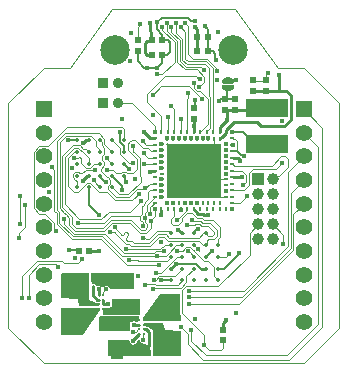
<source format=gtl>
G04*
G04 #@! TF.GenerationSoftware,Altium Limited,Altium NEXUS,2.0.14 (187)*
G04*
G04 Layer_Physical_Order=1*
G04 Layer_Color=255*
%FSLAX25Y25*%
%MOIN*%
G70*
G01*
G75*
%ADD11C,0.00591*%
%ADD13C,0.00787*%
%ADD14C,0.00000*%
%ADD23C,0.00591*%
%ADD24R,0.14173X0.05906*%
%ADD25R,0.00980X0.01181*%
%ADD26R,0.01181X0.00980*%
%ADD27R,0.01181X0.01181*%
G04:AMPARAMS|DCode=28|XSize=66.93mil|YSize=10.83mil|CornerRadius=1.95mil|HoleSize=0mil|Usage=FLASHONLY|Rotation=0.000|XOffset=0mil|YOffset=0mil|HoleType=Round|Shape=RoundedRectangle|*
%AMROUNDEDRECTD28*
21,1,0.06693,0.00693,0,0,0.0*
21,1,0.06303,0.01083,0,0,0.0*
1,1,0.00390,0.03152,-0.00347*
1,1,0.00390,-0.03152,-0.00347*
1,1,0.00390,-0.03152,0.00347*
1,1,0.00390,0.03152,0.00347*
%
%ADD28ROUNDEDRECTD28*%
G04:AMPARAMS|DCode=29|XSize=66.93mil|YSize=10.83mil|CornerRadius=1.95mil|HoleSize=0mil|Usage=FLASHONLY|Rotation=90.000|XOffset=0mil|YOffset=0mil|HoleType=Round|Shape=RoundedRectangle|*
%AMROUNDEDRECTD29*
21,1,0.06693,0.00693,0,0,90.0*
21,1,0.06303,0.01083,0,0,90.0*
1,1,0.00390,0.00347,0.03152*
1,1,0.00390,0.00347,-0.03152*
1,1,0.00390,-0.00347,-0.03152*
1,1,0.00390,-0.00347,0.03152*
%
%ADD29ROUNDEDRECTD29*%
%ADD30R,0.03937X0.04528*%
%ADD31R,0.02441X0.02441*%
%ADD32R,0.02441X0.02441*%
%ADD33R,0.02165X0.02165*%
%ADD34R,0.02165X0.02165*%
%ADD47O,0.04429X0.00886*%
%ADD48O,0.04378X0.00984*%
%ADD49O,0.04476X0.00787*%
%ADD50O,0.04323X0.01083*%
%ADD51O,0.04260X0.01181*%
%ADD52O,0.02992X0.01968*%
%ADD53O,0.04185X0.01280*%
%ADD54O,0.04095X0.01378*%
%ADD55O,0.03988X0.01476*%
%ADD56O,0.03862X0.01575*%
%ADD57O,0.03713X0.01673*%
%ADD58O,0.03532X0.01772*%
%ADD59O,0.03406X0.01831*%
%ADD60O,0.03307X0.01870*%
%ADD61O,0.03150X0.01929*%
%ADD62O,0.02480X0.02047*%
%ADD63O,0.02795X0.02008*%
%ADD64C,0.02067*%
%ADD76C,0.00906*%
G04:AMPARAMS|DCode=77|XSize=181.1mil|YSize=181.1mil|CornerRadius=1.81mil|HoleSize=0mil|Usage=FLASHONLY|Rotation=270.000|XOffset=0mil|YOffset=0mil|HoleType=Round|Shape=RoundedRectangle|*
%AMROUNDEDRECTD77*
21,1,0.18110,0.17748,0,0,270.0*
21,1,0.17748,0.18110,0,0,270.0*
1,1,0.00362,-0.08874,-0.08874*
1,1,0.00362,-0.08874,0.08874*
1,1,0.00362,0.08874,0.08874*
1,1,0.00362,0.08874,-0.08874*
%
%ADD77ROUNDEDRECTD77*%
%ADD78C,0.01378*%
%ADD79C,0.00492*%
%ADD80C,0.01000*%
%ADD81C,0.00800*%
%ADD82C,0.01968*%
%ADD83C,0.03937*%
%ADD84R,0.03937X0.03937*%
%ADD85R,0.03543X0.03543*%
%ADD86C,0.03543*%
%ADD87R,0.05512X0.05512*%
%ADD88C,0.05512*%
%ADD89C,0.09843*%
%ADD90C,0.01575*%
G36*
X41988Y12874D02*
X33842Y12874D01*
X33842Y12874D01*
X33750Y13335D01*
X33489Y13726D01*
X33099Y13987D01*
X32638Y14078D01*
X32177Y13987D01*
X31786Y13726D01*
X31675Y13559D01*
X31093Y13531D01*
X31029Y13627D01*
X30638Y13888D01*
X30359Y13944D01*
X30276Y14055D01*
X29120D01*
X29050Y14404D01*
X28853Y14699D01*
X28557Y14897D01*
X28209Y14966D01*
X27716Y15357D01*
Y17795D01*
X27717Y18189D01*
X27815Y18287D01*
X41988D01*
Y12874D01*
D02*
G37*
G36*
X27034Y9154D02*
X30079Y7994D01*
X30079Y7165D01*
X23653Y7165D01*
X23090Y9528D01*
X17627Y9765D01*
X17540Y17833D01*
X17892Y18189D01*
X27034Y18189D01*
Y9154D01*
D02*
G37*
G36*
X43996Y4331D02*
X31810D01*
X31457Y4684D01*
X31457Y6575D01*
X32610Y6683D01*
X32669Y6643D01*
X33130Y6552D01*
X33591Y6643D01*
X33820Y6796D01*
X34606Y6870D01*
Y9724D01*
X43996D01*
Y4331D01*
D02*
G37*
G36*
X57266Y4779D02*
X57316Y4529D01*
X57457Y4317D01*
X57496Y4278D01*
Y2148D01*
X45460D01*
X45072Y2537D01*
X44968Y3330D01*
X50593Y11319D01*
X57266D01*
Y4779D01*
D02*
G37*
G36*
X43717Y2165D02*
X42477Y2049D01*
X42406Y2097D01*
X41945Y2189D01*
X41484Y2097D01*
X41239Y1933D01*
X40567Y1870D01*
Y-984D01*
X30315Y-984D01*
X30315Y3485D01*
X30669Y3839D01*
X43717Y3839D01*
X43717Y2165D01*
D02*
G37*
G36*
X30217Y6566D02*
X30381Y6441D01*
X30487Y6265D01*
X30521Y6061D01*
X30499Y5961D01*
X24978Y-2579D01*
X17956Y-2579D01*
X17678Y-2300D01*
X17716Y6594D01*
X30118D01*
X30217Y6566D01*
D02*
G37*
G36*
X43884Y-4496D02*
X44145Y-4887D01*
X44535Y-5148D01*
X44814Y-5204D01*
X44898Y-5315D01*
X45963D01*
Y-5816D01*
X45533Y-6245D01*
X45336Y-6541D01*
X45266Y-6890D01*
X45336Y-7238D01*
X45533Y-7534D01*
X45829Y-7732D01*
X46177Y-7801D01*
X46526Y-7732D01*
X46822Y-7534D01*
X46995Y-7361D01*
X47457Y-7552D01*
Y-9055D01*
X47457Y-9449D01*
X47359Y-9547D01*
X33185D01*
Y-4134D01*
X40288Y-4134D01*
X40530Y-4429D01*
X40622Y-4890D01*
X40883Y-5281D01*
X41273Y-5542D01*
X41734Y-5634D01*
X42195Y-5542D01*
X42586Y-5281D01*
X42847Y-4890D01*
X42939Y-4429D01*
X43181Y-4134D01*
X43812D01*
X43884Y-4496D01*
D02*
G37*
G36*
X51521Y1575D02*
X52083Y-787D01*
X57546Y-1025D01*
X57633Y-9093D01*
X57282Y-9449D01*
X48139Y-9449D01*
X48139Y-616D01*
X46541Y99D01*
X46313Y251D01*
X46111Y292D01*
X45095Y746D01*
X45095Y1575D01*
X51521Y1575D01*
D02*
G37*
D11*
X73642Y82677D02*
X75984D01*
X73327Y82362D02*
X73642Y82677D01*
X68898Y89567D02*
Y91535D01*
X53051Y61122D02*
X58858Y55315D01*
X39054Y48582D02*
X39212Y48740D01*
X34646Y50485D02*
X37913Y47218D01*
X34646Y50485D02*
Y50689D01*
X37913Y45944D02*
Y47218D01*
X39212Y48740D02*
X39291Y48818D01*
X39054Y48582D02*
Y50217D01*
X38583Y50689D02*
X39054Y50217D01*
X39212Y48425D02*
Y48740D01*
D13*
X82080Y61319D02*
X86214D01*
X78241Y65158D02*
X82080Y61319D01*
X74803Y65158D02*
X78241D01*
X74803D02*
Y65354D01*
X61749Y31755D02*
X62991Y32997D01*
X61749Y31755D02*
X61749Y31755D01*
X30689Y50374D02*
Y50689D01*
X40295Y53031D02*
X40314D01*
X63004Y32985D02*
X63110D01*
X43110Y88976D02*
X45374Y86713D01*
X43110Y88976D02*
Y92224D01*
X45374Y86713D02*
X46358D01*
X76772Y24606D02*
Y24803D01*
X71850Y19685D02*
X76772Y24606D01*
X69882Y19685D02*
X71850D01*
X26772Y41063D02*
X30118Y37716D01*
X26772Y41063D02*
Y46752D01*
X62991Y32997D02*
X63004Y32985D01*
X74803Y58858D02*
X75984D01*
X61749Y31755D02*
X62008Y31496D01*
X50984Y15748D02*
X54134D01*
X40236Y52973D02*
X40295Y53031D01*
X32382Y48681D02*
X32538D01*
X30689Y50374D02*
X32382Y48681D01*
X55937Y21268D02*
X55945Y21260D01*
X62671D02*
X64246Y19685D01*
X55945Y21260D02*
X62671D01*
X65945Y23622D02*
X67835Y25512D01*
X23347Y25787D02*
X23504Y25630D01*
X20374Y25787D02*
X23347D01*
X30689Y50689D02*
X30709D01*
X19941Y62500D02*
X22835D01*
X49542Y86713D02*
X49625Y86629D01*
X46358Y86713D02*
X49542D01*
X49625Y86629D02*
X51378Y88382D01*
Y91043D01*
X53051D01*
X51378Y95768D02*
X53262D01*
X53796Y95233D01*
X53051Y91043D02*
X53937Y91929D01*
Y94954D01*
X53727Y95164D02*
X53937Y94954D01*
X60024Y103362D02*
X61024Y102362D01*
X49508Y101772D02*
X49606Y101870D01*
X51098Y103362D01*
X49508Y99504D02*
Y101772D01*
Y99504D02*
X51378Y97634D01*
Y95768D02*
Y97634D01*
X51098Y103362D02*
X60024D01*
X61024Y102362D02*
X62204D01*
X61811Y73228D02*
X62224Y73641D01*
Y75999D01*
X38583Y54626D02*
X40236Y52973D01*
X38583Y58563D02*
Y60412D01*
X37106Y61888D02*
X38583Y60412D01*
X37106Y61888D02*
Y65354D01*
X65472Y100374D02*
Y100508D01*
X66437Y96850D02*
Y99410D01*
X65472Y100374D02*
X66437Y99410D01*
Y92126D02*
Y96850D01*
X68110Y92126D02*
X68898Y91339D01*
X66437Y92126D02*
X68110D01*
X68898Y89272D02*
Y89764D01*
D14*
X34589Y106299D02*
X75500D01*
X89854Y86614D01*
X98425Y86614D01*
X110236Y74803D01*
Y0D02*
Y74803D01*
X98425Y-11811D02*
X110236Y0D01*
X11811Y-11811D02*
X98425Y-11811D01*
X0Y0D02*
X11811Y-11811D01*
X0Y0D02*
Y74803D01*
X11811Y86614D01*
X20529D01*
X34589Y106299D01*
D23*
X68898Y91535D02*
D03*
Y89567D02*
D03*
D24*
X86214Y73327D02*
D03*
Y61319D02*
D03*
D25*
X62795Y41732D02*
D03*
X60827D02*
D03*
X64764D02*
D03*
X66732Y41732D02*
D03*
X68701D02*
D03*
X70669D02*
D03*
X52953D02*
D03*
X54921D02*
D03*
X56890D02*
D03*
X58858Y41732D02*
D03*
X60827Y62992D02*
D03*
X62795D02*
D03*
X58858D02*
D03*
X56890Y62992D02*
D03*
X54921D02*
D03*
X52953D02*
D03*
X70669D02*
D03*
X68701D02*
D03*
X66732D02*
D03*
X64764Y62992D02*
D03*
X63976Y65158D02*
D03*
X66142Y65158D02*
D03*
X68307Y65158D02*
D03*
X70472D02*
D03*
X72638Y65158D02*
D03*
X61811Y65158D02*
D03*
X59646D02*
D03*
X57480Y65158D02*
D03*
X55315D02*
D03*
X53150Y65158D02*
D03*
X50984D02*
D03*
X72638Y39567D02*
D03*
X70472D02*
D03*
X68307D02*
D03*
X66142Y39567D02*
D03*
X63976Y39567D02*
D03*
X61811D02*
D03*
X50984D02*
D03*
X53150D02*
D03*
X55315D02*
D03*
X57480Y39567D02*
D03*
X59646Y39567D02*
D03*
D26*
X51181Y51378D02*
D03*
Y53347D02*
D03*
Y49409D02*
D03*
X51181Y47441D02*
D03*
Y45472D02*
D03*
Y43504D02*
D03*
Y61221D02*
D03*
Y59252D02*
D03*
Y57284D02*
D03*
X51181Y55315D02*
D03*
X72441Y49409D02*
D03*
X72441Y47441D02*
D03*
Y45472D02*
D03*
Y43504D02*
D03*
Y61221D02*
D03*
Y59252D02*
D03*
Y57284D02*
D03*
X72441Y55315D02*
D03*
Y51378D02*
D03*
Y53347D02*
D03*
X49016Y54527D02*
D03*
Y56693D02*
D03*
Y58858D02*
D03*
Y61024D02*
D03*
Y63189D02*
D03*
Y52362D02*
D03*
Y50197D02*
D03*
Y48031D02*
D03*
Y45866D02*
D03*
Y43701D02*
D03*
Y41535D02*
D03*
X74606Y50197D02*
D03*
X74606Y48031D02*
D03*
X74606Y45866D02*
D03*
X74606Y43701D02*
D03*
Y41535D02*
D03*
Y52362D02*
D03*
X74606Y54527D02*
D03*
X74606Y56693D02*
D03*
Y58858D02*
D03*
Y61024D02*
D03*
X74606Y63189D02*
D03*
D27*
X74606Y65158D02*
D03*
X49016D02*
D03*
Y39567D02*
D03*
X74606D02*
D03*
D28*
X57874Y60187D02*
D03*
X65748D02*
D03*
X57874Y44539D02*
D03*
X65748D02*
D03*
D29*
X53988Y56299D02*
D03*
Y48425D02*
D03*
X69634Y56299D02*
D03*
Y48425D02*
D03*
D30*
X38583Y16043D02*
D03*
Y6791D02*
D03*
X36341Y-7972D02*
D03*
Y1280D02*
D03*
D31*
X72146Y72638D02*
D03*
Y76181D02*
D03*
X75591D02*
D03*
Y72638D02*
D03*
X25157Y8543D02*
D03*
Y5000D02*
D03*
X49721Y197D02*
D03*
Y3740D02*
D03*
X43110Y95768D02*
D03*
Y92224D02*
D03*
X61811Y73228D02*
D03*
Y69685D02*
D03*
X81496Y78937D02*
D03*
Y82480D02*
D03*
X85827D02*
D03*
Y78937D02*
D03*
D32*
X28898Y15433D02*
D03*
X25354D02*
D03*
X46177Y-6890D02*
D03*
X49721D02*
D03*
X51378Y95768D02*
D03*
X47835D02*
D03*
Y91043D02*
D03*
X51378D02*
D03*
X66437Y92126D02*
D03*
X62894D02*
D03*
Y96850D02*
D03*
X66437D02*
D03*
D33*
X71457Y-4232D02*
D03*
Y-689D02*
D03*
D34*
X23504Y25630D02*
D03*
X27047D02*
D03*
D47*
X73327Y80364D02*
D03*
Y81840D02*
D03*
D48*
Y80315D02*
D03*
Y81890D02*
D03*
D49*
Y80413D02*
D03*
Y81791D02*
D03*
D50*
Y80266D02*
D03*
Y81939D02*
D03*
D51*
Y80216D02*
D03*
Y81988D02*
D03*
D52*
Y79823D02*
D03*
Y82382D02*
D03*
D53*
Y80167D02*
D03*
Y82037D02*
D03*
D54*
Y80118D02*
D03*
Y82087D02*
D03*
D55*
Y80069D02*
D03*
Y82136D02*
D03*
D56*
Y80020D02*
D03*
Y82185D02*
D03*
D57*
Y79971D02*
D03*
Y82234D02*
D03*
D58*
Y79921D02*
D03*
Y82284D02*
D03*
D59*
Y79892D02*
D03*
Y82313D02*
D03*
D60*
Y79872D02*
D03*
Y82333D02*
D03*
D61*
Y79843D02*
D03*
Y82362D02*
D03*
D62*
Y79783D02*
D03*
Y82421D02*
D03*
D63*
Y79803D02*
D03*
Y82402D02*
D03*
D64*
Y79774D02*
D03*
Y82431D02*
D03*
D76*
X31653Y10905D02*
D03*
X30079D02*
D03*
Y9331D02*
D03*
X31653D02*
D03*
X30079Y7756D02*
D03*
X31653D02*
D03*
X30079Y6181D02*
D03*
X31653D02*
D03*
X43520Y-2165D02*
D03*
X45095D02*
D03*
Y-591D02*
D03*
X43520D02*
D03*
X45095Y984D02*
D03*
X43520D02*
D03*
X45095Y2559D02*
D03*
X43520D02*
D03*
D77*
X61811Y52362D02*
D03*
D78*
X54134Y15748D02*
D03*
Y19685D02*
D03*
Y23622D02*
D03*
Y27559D02*
D03*
Y31496D02*
D03*
X58071Y15748D02*
D03*
Y19685D02*
D03*
Y23622D02*
D03*
Y27559D02*
D03*
Y31496D02*
D03*
X62008Y15748D02*
D03*
Y19685D02*
D03*
Y23622D02*
D03*
Y27559D02*
D03*
Y31496D02*
D03*
X65945Y15748D02*
D03*
Y19685D02*
D03*
Y23622D02*
D03*
Y27559D02*
D03*
Y31496D02*
D03*
X69882Y15748D02*
D03*
Y19685D02*
D03*
Y23622D02*
D03*
Y27559D02*
D03*
X22835Y62500D02*
D03*
X26772D02*
D03*
X30709D02*
D03*
X34646D02*
D03*
X38583D02*
D03*
X22835Y58563D02*
D03*
X26772D02*
D03*
X30709D02*
D03*
X34646D02*
D03*
X38583D02*
D03*
X22835Y54626D02*
D03*
X26772D02*
D03*
X30709D02*
D03*
X34646D02*
D03*
X38583D02*
D03*
X22835Y50689D02*
D03*
X26772D02*
D03*
X30709D02*
D03*
X34646D02*
D03*
X38583D02*
D03*
X22835Y46752D02*
D03*
X26772D02*
D03*
X30709D02*
D03*
X34646D02*
D03*
D79*
X62008Y27559D02*
X63405Y26162D01*
X76141Y58858D02*
Y60343D01*
X76230Y60432D01*
Y62352D01*
X75570Y63012D02*
X76230Y62352D01*
X74783Y63012D02*
X75570D01*
X74606Y63189D02*
X74783Y63012D01*
X72543Y61315D02*
X72638Y61221D01*
X80315Y51624D02*
X81644Y52953D01*
X80315Y47547D02*
Y51624D01*
X78634Y45866D02*
X80315Y47547D01*
X81644Y52953D02*
X89232D01*
X47401Y40117D02*
X48819Y41535D01*
X47401Y37874D02*
Y40117D01*
X46612Y41194D02*
Y41297D01*
X46378Y40960D02*
X46612Y41194D01*
X46378Y39016D02*
Y40960D01*
X44890Y40725D02*
X45726Y41561D01*
X44890Y40725D02*
X44890D01*
X44625Y40460D02*
X44890Y40725D01*
X45726Y41561D02*
Y41850D01*
X46703Y42826D01*
X46612Y41297D02*
X48671Y43356D01*
Y43457D01*
X48915Y43701D01*
X49016D01*
X44151Y42152D02*
X44299D01*
X40680Y38681D02*
X44151Y42152D01*
X46703Y42826D02*
Y45167D01*
X45511Y38149D02*
X46378Y39016D01*
X44625Y37964D02*
Y40460D01*
X45511Y36692D02*
Y38149D01*
X71900Y-4675D02*
X72342Y-4232D01*
X64961Y49213D02*
X70669Y43504D01*
X65158Y49409D02*
X72441D01*
X68701Y59252D02*
Y62992D01*
X61811Y52362D02*
X68701Y59252D01*
X64961Y49213D02*
X65158Y49409D01*
X61811Y52362D02*
X64961Y49213D01*
X70669Y43504D02*
X72441D01*
X81201Y82185D02*
X85827D01*
X57874Y44539D02*
X59793D01*
X58858Y55315D02*
X61811Y52362D01*
X60089Y50640D02*
X61811Y52362D01*
X60089Y44835D02*
Y50640D01*
X59793Y44539D02*
X60089Y44835D01*
X47677Y58858D02*
X48819D01*
X46487Y60049D02*
X47677Y58858D01*
X44802Y60049D02*
X46487D01*
X45235Y58014D02*
Y58188D01*
X45393Y54252D02*
Y54606D01*
X43828Y50691D02*
Y55435D01*
X42942Y52745D02*
Y55802D01*
X40267Y55000D02*
X41417D01*
X41634Y58644D02*
Y60728D01*
X42364Y62549D02*
X43356Y61556D01*
X41100Y62549D02*
X42364D01*
X77953Y52362D02*
X79331Y50984D01*
X74803Y52362D02*
X77953D01*
X77087Y41535D02*
X79567Y44016D01*
X74803Y45866D02*
X78634D01*
X67333Y66688D02*
Y75278D01*
X66142Y65497D02*
X67333Y66688D01*
X66447Y67825D02*
Y75644D01*
X63976Y65354D02*
X66447Y67825D01*
X68218Y65354D02*
Y74911D01*
X55315Y65354D02*
Y72933D01*
X57480Y65354D02*
Y69685D01*
X43828Y50691D02*
X44163Y50356D01*
X32834Y52677D02*
X34890D01*
X44163Y48636D02*
Y50356D01*
X39945Y44419D02*
X44163Y48636D01*
X41702Y51505D02*
X42942Y52745D01*
X39645Y51505D02*
X41702D01*
X32037Y54076D02*
Y55176D01*
X30984Y53022D02*
X32037Y54076D01*
X30984Y52314D02*
Y53022D01*
Y52314D02*
X33072Y50226D01*
X50984Y65354D02*
Y70669D01*
X48819Y65354D02*
Y67323D01*
X41339Y74803D02*
X48819Y67323D01*
X39133Y52018D02*
X39645Y51505D01*
X38032Y52018D02*
X39133D01*
X56259Y35984D02*
X56298D01*
X55315Y37197D02*
Y39370D01*
X54222Y36104D02*
X55315Y37197D01*
X58022Y36493D02*
X59619Y38091D01*
X61372D01*
X62888Y36575D01*
X61338Y35741D02*
X61390Y35689D01*
X43828Y55435D02*
Y56487D01*
X43828Y55435D02*
X43828Y55435D01*
X39862Y59163D02*
X42942Y56083D01*
Y55802D02*
Y56083D01*
X42942Y55802D02*
X42942Y55802D01*
X59646Y65354D02*
Y75984D01*
X54770Y34252D02*
X56724D01*
X58022Y35550D01*
Y36493D01*
X59665Y34166D02*
X59714Y34117D01*
X64654Y34990D02*
X67323D01*
X64150Y35495D02*
X64654Y34990D01*
X63915Y35495D02*
X64150D01*
X63721Y35689D02*
X63915Y35495D01*
X61390Y35689D02*
X63721D01*
X56259Y35984D02*
X59646Y39370D01*
X43029Y46249D02*
X45305D01*
X40312Y43533D02*
X43029Y46249D01*
X41398Y42461D02*
X43661Y44724D01*
X35590Y42461D02*
X41398D01*
X45305Y46249D02*
X45551Y46496D01*
X47087Y48031D01*
X45736Y35319D02*
X46376Y34679D01*
Y33415D02*
Y34679D01*
X45482Y32522D02*
X46376Y33415D01*
X44218Y32522D02*
X45482D01*
X44850Y34047D02*
Y35196D01*
X62888Y36575D02*
X64440D01*
X79331Y48720D02*
Y50984D01*
X75345Y53986D02*
X87844D01*
X74803Y54528D02*
X75345Y53986D01*
X53150Y65354D02*
Y70079D01*
X46358Y75295D02*
X50984Y70669D01*
X32737Y56535D02*
X34646Y54626D01*
X28444Y48740D02*
X30570Y46614D01*
X44882Y30315D02*
X45748Y29449D01*
X88189Y50551D02*
X90315D01*
X61633Y81863D02*
X61910Y81587D01*
X71506Y-5069D02*
X71900Y-4675D01*
X63301Y80276D02*
X63632Y79944D01*
X41017Y20906D02*
X50117D01*
X54675Y73573D02*
X54724Y73622D01*
X45393Y54252D02*
X45669Y54528D01*
X22290Y32283D02*
X31782D01*
X24029Y36112D02*
X30896D01*
X35531Y33071D02*
X37500Y31102D01*
X90315Y50551D02*
X93316Y53553D01*
Y56144D01*
X66142Y65354D02*
Y65497D01*
X67333Y75278D02*
Y76826D01*
X68218Y74911D02*
Y77192D01*
X68218Y74911D02*
X68218Y74911D01*
X67333Y75278D02*
X67333Y75278D01*
X66831Y77328D02*
X67333Y76826D01*
X66447Y75644D02*
Y76279D01*
X66447Y75644D02*
X66447Y75644D01*
X68159Y77252D02*
X68218Y77192D01*
X90974Y57116D02*
X92344D01*
X87844Y53986D02*
X90974Y57116D01*
X89232Y52953D02*
X91338Y55059D01*
X92344Y57116D02*
X93316Y56144D01*
X93258Y51919D02*
X98425Y57087D01*
X85827Y82480D02*
Y84449D01*
Y82185D02*
Y82480D01*
X78150Y47539D02*
X79331Y48720D01*
X15323Y38905D02*
Y52591D01*
X16208Y39272D02*
Y62178D01*
X17094Y39822D02*
Y61811D01*
X17980Y40189D02*
Y57257D01*
X18866Y41199D02*
Y56890D01*
X19752Y47276D02*
X21752Y45276D01*
X19752Y47276D02*
Y56523D01*
X80433Y24331D02*
Y31713D01*
X70039Y13937D02*
X80433Y24331D01*
X18541Y21714D02*
X23191D01*
X18061Y22195D02*
X18541Y21714D01*
X9695Y22195D02*
X18061D01*
X23191Y21714D02*
X24508Y23031D01*
X9646Y22244D02*
X9695Y22195D01*
X15896Y21112D02*
X16732Y20276D01*
X10405Y21112D02*
X15896D01*
X4626Y17224D02*
X9646Y22244D01*
X4626Y9843D02*
Y17224D01*
X6791Y17499D02*
X10405Y21112D01*
X6791Y9941D02*
Y17499D01*
X41723Y-1290D02*
X42644D01*
X98425Y64961D02*
X98524D01*
X74803Y41535D02*
X77087D01*
X18866Y41199D02*
X23740Y36324D01*
X21260Y36149D02*
Y36973D01*
X19601Y38632D02*
X21260Y36973D01*
X20374Y34199D02*
Y36606D01*
X19234Y37746D02*
X20374Y36606D01*
X21260Y34566D02*
Y36149D01*
X21260Y36149D01*
X23740Y36324D02*
X23817D01*
X57918Y4779D02*
Y12464D01*
X59392Y13937D02*
X70039D01*
X57918Y12464D02*
X59392Y13937D01*
X60117Y12322D02*
X78437D01*
X15254Y33201D02*
Y34824D01*
Y33201D02*
X16060Y32394D01*
X12135Y37943D02*
X15254Y34824D01*
X8415Y39932D02*
Y55659D01*
Y39932D02*
X10405Y37943D01*
X12135D01*
X16139Y34545D02*
X21107Y29577D01*
X15323Y38905D02*
X16139Y38088D01*
Y34545D02*
Y38088D01*
X14410Y53504D02*
X15323Y52591D01*
X17028Y34909D02*
Y38484D01*
Y34909D02*
X21425Y30512D01*
X16240Y39272D02*
X17028Y38484D01*
X21425Y30512D02*
X31339D01*
X20374Y34199D02*
X22290Y32283D01*
X31782D02*
X34537Y35039D01*
X31415Y33169D02*
X34170Y35925D01*
X22657Y33169D02*
X31415D01*
X21260Y34566D02*
X22657Y33169D01*
X17094Y39822D02*
X18663Y38253D01*
Y38226D02*
Y38253D01*
Y38226D02*
X19144Y37746D01*
X19234D01*
X19537Y38632D02*
X19601D01*
X17980Y40189D02*
X19537Y38632D01*
X21923Y31398D02*
X32080D01*
X18602Y34718D02*
Y36220D01*
Y34718D02*
X21923Y31398D01*
X31791Y34799D02*
X34317Y37324D01*
X23185Y34799D02*
X31791D01*
X16208Y62178D02*
X18942Y64911D01*
X38034Y66880D02*
X38632Y66281D01*
X13228Y60472D02*
X19636Y66880D01*
X38034D01*
X13228Y60472D02*
X13228D01*
X13217Y60482D02*
X13228Y60472D01*
X10405Y60482D02*
X13217D01*
X8415Y58493D02*
X10405Y60482D01*
X8415Y55680D02*
Y58493D01*
Y55680D02*
X8426Y55670D01*
Y55670D02*
Y55670D01*
X8415Y55659D02*
X8426Y55670D01*
X63534Y30020D02*
X65010Y31496D01*
X53731Y30020D02*
X63534D01*
X52452Y31299D02*
X53731Y30020D01*
X49875Y31299D02*
X52452D01*
X46824Y28248D02*
X49875Y31299D01*
X41831Y28248D02*
X46824D01*
X41142Y28937D02*
X41831Y28248D01*
X39665Y28937D02*
X41142D01*
X39083Y29519D02*
X39665Y28937D01*
X39083Y29519D02*
Y29971D01*
X39968Y30856D01*
Y31309D01*
X39516Y31761D02*
X39968Y31309D01*
X39064Y31761D02*
X39516D01*
X38179Y30876D02*
X39064Y31761D01*
X37726Y30876D02*
X38179D01*
X37500Y31102D02*
X37726Y30876D01*
X67323Y34990D02*
X69685Y32628D01*
Y30695D02*
Y32628D01*
X68419Y29429D02*
X69685Y30695D01*
X66732Y29429D02*
X68419D01*
X66191Y28888D02*
X66732Y29429D01*
X66191Y27805D02*
Y28888D01*
X65945Y27559D02*
X66191Y27805D01*
X52044Y30315D02*
X53323Y29035D01*
X63534D02*
X65010Y27559D01*
X50283Y30315D02*
X52044D01*
X47231Y27264D02*
X50283Y30315D01*
X53323Y29035D02*
X63534D01*
X65010Y27559D02*
X65945D01*
X41017Y27264D02*
X47231D01*
X40191Y27953D02*
X40865Y27279D01*
X41003D01*
X41017Y27264D01*
X63084Y34705D02*
X63278Y34510D01*
X63742D02*
X64246Y34006D01*
X62599Y34705D02*
X63084D01*
X62011Y34117D02*
X62599Y34705D01*
X66627Y34006D02*
X68701Y31932D01*
X65010Y31496D02*
X65945D01*
X63278Y34510D02*
X63742D01*
X64246Y34006D02*
X66627D01*
X59714Y34117D02*
X62011D01*
X68701Y31102D02*
Y31932D01*
X66191Y30955D02*
Y31250D01*
X65945Y31496D02*
X66191Y31250D01*
X66732Y30413D02*
X68012D01*
X68701Y31102D01*
X66191Y30955D02*
X66732Y30413D01*
X33861Y31774D02*
X35436D01*
X35721Y31489D01*
X35531Y33071D02*
Y33444D01*
X35721Y31489D02*
X35721D01*
X39258Y27953D01*
X40191D01*
X39370Y26378D02*
X48794D01*
X38664Y24813D02*
X48482D01*
X32080Y31398D02*
X38664Y24813D01*
X40354Y22402D02*
X43209D01*
X40986Y20876D02*
X41017Y20906D01*
X39722Y20876D02*
X40986D01*
X31022Y29577D02*
X39722Y20876D01*
X41055Y23858D02*
X49685D01*
X40986Y23927D02*
X41055Y23858D01*
X37924Y23927D02*
X40986D01*
X31339Y30512D02*
X37924Y23927D01*
X43140Y22333D02*
X43209Y22402D01*
X48794Y26378D02*
X48806Y26390D01*
X48482Y24813D02*
X49173Y25504D01*
X49508Y32185D02*
X53445D01*
X46772Y29449D02*
X49508Y32185D01*
X53445D02*
X54134Y31496D01*
X51257Y27030D02*
X51675D01*
X50617Y26390D02*
X51257Y27030D01*
X49173Y25504D02*
X51889D01*
X52521Y23978D02*
X53414Y24872D01*
X49805Y23978D02*
X52521D01*
X48806Y26390D02*
X50617D01*
X45748Y29449D02*
X46772D01*
X68297Y35876D02*
X70669Y33504D01*
X65139Y35876D02*
X68297D01*
X70669Y30328D02*
Y33504D01*
X64440Y36575D02*
X65139Y35876D01*
X54222Y34801D02*
X54770Y34252D01*
X54222Y34801D02*
Y36104D01*
X69685Y85630D02*
Y86221D01*
X66240Y89665D02*
X69685Y86221D01*
X63896Y89665D02*
X66240D01*
X49508Y84449D02*
X51181D01*
X68218Y65354D02*
X68307D01*
X65236Y-5748D02*
X67067Y-7579D01*
X52756Y99016D02*
X52775Y99035D01*
X45669Y54528D02*
X48819D01*
X45225Y58003D02*
X45235Y58014D01*
X45225Y58003D02*
X46535Y56693D01*
X45944Y61064D02*
X48778D01*
X48819Y61024D01*
X26772Y54626D02*
X26890Y54744D01*
X30570Y46614D02*
X30709Y46752D01*
X77007Y7795D02*
X95029Y25817D01*
X77834Y10157D02*
X94144Y26467D01*
X78437Y12322D02*
X93258Y27144D01*
X60117Y10157D02*
X77834D01*
X69882Y23622D02*
X72716D01*
X60119Y25511D02*
X62008Y23622D01*
X69882Y27559D02*
Y29540D01*
X68553Y17077D02*
X69882Y15748D01*
X95029Y37943D02*
X98425Y41339D01*
X95029Y25817D02*
Y37943D01*
X94144Y44931D02*
X98425Y49213D01*
X94144Y26467D02*
Y44931D01*
X93258Y27144D02*
Y51919D01*
X48730Y13337D02*
X57539D01*
X48346Y12952D02*
X48730Y13337D01*
X49233Y14222D02*
X56545D01*
X48978Y14478D02*
X49233Y14222D01*
X45591Y14291D02*
X45777Y14478D01*
X48978D01*
X48425Y16024D02*
X49102D01*
X49212Y18346D02*
X50858D01*
X50352Y17274D02*
X55660D01*
X49102Y16024D02*
X50352Y17274D01*
X57539Y13337D02*
X59400Y15198D01*
X56545Y14222D02*
X58071Y15748D01*
X33317Y46202D02*
X35986Y43533D01*
X31151Y56063D02*
X32037Y55176D01*
X33072Y50226D02*
X33152D01*
X27322Y53297D02*
X28651Y54626D01*
X31151Y57088D02*
X32037Y57975D01*
X31151Y56063D02*
Y57088D01*
X32816Y56614D02*
X32834D01*
X25277Y58139D02*
X26890Y56526D01*
X33152Y50226D02*
X34064Y49314D01*
Y48049D02*
Y49314D01*
X33317Y47302D02*
X34064Y48049D01*
X33317Y47203D02*
Y47302D01*
Y46202D02*
Y46951D01*
X46535Y56693D02*
X48819D01*
X37254Y58013D02*
Y59863D01*
X37141Y59976D02*
X37254Y59863D01*
X37141Y59976D02*
X37156Y59990D01*
X36002Y51566D02*
X37580D01*
X38032Y52018D01*
X22284Y49360D02*
X22314D01*
X23752Y60778D02*
X25049Y59480D01*
X23385Y59892D02*
X25137Y58139D01*
X21867Y59892D02*
X23385D01*
X34170Y35925D02*
X40846D01*
X34537Y35039D02*
X40448D01*
X56134Y23622D02*
X58071D01*
X56013Y27559D02*
X58071D01*
X31152Y60804D02*
Y62057D01*
X32737Y56535D02*
X32816Y56614D01*
X32037Y57975D02*
Y59918D01*
X31152Y60804D02*
X32037Y59918D01*
X55660Y17274D02*
X58071Y19685D01*
X59400Y17077D02*
X62008Y19685D01*
X50858Y18346D02*
X56134Y23622D01*
X68553Y17077D02*
Y20235D01*
X68568Y20251D01*
Y20251D01*
X25137Y58139D02*
X25277D01*
X25049Y59480D02*
X25854D01*
X47087Y48031D02*
X48819D01*
X47402Y45866D02*
X48819D01*
X46703Y45167D02*
X47402Y45866D01*
X45511Y36692D02*
X45736Y36467D01*
X40846Y35925D02*
X43325Y33447D01*
X32037Y61171D02*
Y63050D01*
X30176Y64911D02*
X32037Y63050D01*
X29380Y60697D02*
Y62077D01*
Y60697D02*
X30709Y59368D01*
X27431Y64026D02*
X29380Y62077D01*
X43325Y33415D02*
Y33447D01*
X72716Y23622D02*
X73661Y24567D01*
X60040Y25433D02*
X60119Y25511D01*
X66526Y22293D02*
X68568Y20251D01*
X59400Y15198D02*
Y17077D01*
X69882Y29540D02*
X70669Y30328D01*
X59547Y76083D02*
X59646Y75984D01*
X43110Y95768D02*
Y100197D01*
X31653Y11890D02*
X32638Y12874D01*
X31653Y10905D02*
Y11890D01*
X42644Y-1290D02*
X43344Y-591D01*
X43520D01*
X44996Y-4035D02*
Y-2264D01*
X45095Y-2165D01*
X53150Y65354D02*
X53150Y65354D01*
X48819Y39370D02*
Y39370D01*
Y39370D02*
X48926Y39263D01*
X47598Y35913D02*
X48926Y37242D01*
Y39263D01*
X43985Y36061D02*
X44850Y35196D01*
X43985Y36061D02*
Y37324D01*
X44625Y37964D01*
X67067Y-7579D02*
X70768D01*
X71506Y-6841D01*
Y-5069D01*
X21791Y58563D02*
X22835D01*
X28651Y54626D02*
X30709D01*
X32874Y45177D02*
X35590Y42461D01*
X28444Y48740D02*
X28463Y48758D01*
X28671Y52411D02*
X28976Y52716D01*
X22314Y49360D02*
X22835Y48839D01*
X30226Y45177D02*
X32874D01*
X21752Y45276D02*
X23378D01*
X25935Y52411D02*
X28671D01*
X24513Y51471D02*
X25935Y52411D01*
X21506Y50139D02*
X22284Y49360D01*
X21506Y50139D02*
Y51239D01*
X19752Y56523D02*
X21791Y58563D01*
X21506Y51239D02*
X22284Y52018D01*
X23385D01*
X23932Y51471D01*
X24513D01*
X24163Y54931D02*
Y56427D01*
Y54931D02*
X25797Y53297D01*
X27322D01*
X34890Y52677D02*
X35008Y52559D01*
X36002Y51566D01*
X23378Y45276D02*
X26232Y48130D01*
X27273D01*
X30226Y45177D01*
X28463Y48758D02*
Y49226D01*
X18942Y64911D02*
X30176D01*
X21500Y60778D02*
X23752D01*
X17980Y57257D02*
X21500Y60778D01*
X18866Y56890D02*
X21867Y59892D01*
X23398Y56614D02*
X23687Y56903D01*
X22000Y56614D02*
X23398D01*
X23687Y56903D02*
X24163Y56427D01*
X33465Y38681D02*
X40680D01*
X30896Y36112D02*
X33465Y38681D01*
X34317Y37324D02*
X43985D01*
X21107Y29577D02*
X31022D01*
X23817Y36324D02*
X24029Y36112D01*
X19309Y64026D02*
X27431D01*
X17094Y61811D02*
X19309Y64026D01*
X43110Y100197D02*
X43818Y100904D01*
Y101197D01*
X85827Y84449D02*
X86417Y85039D01*
X80433Y31713D02*
X83189Y34468D01*
Y35551D01*
X91731Y27952D02*
Y30926D01*
X88189Y34468D02*
X91731Y30926D01*
X53414Y24961D02*
X56013Y27559D01*
X53414Y24872D02*
Y24961D01*
X49685Y23858D02*
X49805Y23978D01*
X3543Y29823D02*
Y31496D01*
X5669Y33622D01*
Y40748D01*
X4035Y34449D02*
X4055Y34468D01*
Y43740D01*
X54331Y98694D02*
X57185Y95839D01*
X51181Y84449D02*
X55413Y88681D01*
X56299Y88583D02*
Y95473D01*
Y88583D02*
X58760Y86122D01*
X57185Y88950D02*
Y95839D01*
Y88950D02*
X59127Y87008D01*
X62795D01*
X59861Y88779D02*
X63529D01*
X59494Y87894D02*
X63162D01*
X58071Y89316D02*
X59494Y87894D01*
X58071Y89316D02*
Y96206D01*
X55905Y98372D02*
X58071Y96206D01*
X58957Y89684D02*
X59861Y88779D01*
X58957Y89684D02*
Y98622D01*
X60039Y91339D02*
X61713Y89665D01*
X60039Y91339D02*
Y100602D01*
X51181Y99310D02*
X55413Y95078D01*
Y88681D02*
Y95078D01*
X52756Y99016D02*
X56299Y95473D01*
X54331Y98694D02*
Y100098D01*
X51181Y99310D02*
Y100197D01*
X55905Y98372D02*
Y101586D01*
X57480Y100098D02*
X58957Y98622D01*
X52775Y99035D02*
Y101689D01*
X59007Y101634D02*
X60039Y100602D01*
X63529Y88779D02*
X63529Y88779D01*
X63162Y87894D02*
X63162Y87894D01*
X62795Y87008D02*
X62795Y87008D01*
X64208D01*
X58760Y86122D02*
X62894D01*
X62534Y83858D02*
X63405Y82987D01*
X61633Y81863D02*
X61675D01*
X54675Y73573D02*
X55315Y72933D01*
X59547Y76083D02*
X59960Y76496D01*
X37402Y74803D02*
X41339D01*
X61713Y89665D02*
X63896D01*
X63896Y89665D01*
X61675Y81863D02*
X61830Y81708D01*
X63529Y88779D02*
X65846D01*
X63162Y87894D02*
X65479D01*
X59960Y76496D02*
Y78164D01*
X63715Y80330D02*
X65325Y81939D01*
X63301Y80276D02*
X63632D01*
Y79944D02*
Y80276D01*
X63686Y80330D01*
X63700D02*
X63715D01*
X63686D02*
X63700D01*
X63913Y78804D02*
X66437Y76279D01*
X61910Y79963D02*
Y81587D01*
X63069Y78804D02*
X63913D01*
X61910Y79963D02*
X63069Y78804D01*
X60138Y80413D02*
X64468Y76083D01*
X50984Y80413D02*
X60138D01*
X46358Y77945D02*
X52272Y83858D01*
X46358Y75295D02*
Y77945D01*
X52272Y83858D02*
X62534D01*
X48130Y77559D02*
X50984Y80413D01*
X40448Y35039D02*
X43852Y31636D01*
X35986Y43533D02*
X40312D01*
X36979Y44419D02*
X39945D01*
X47598Y33384D02*
Y35669D01*
Y35913D01*
X45736Y35319D02*
Y36467D01*
X43325Y33415D02*
X44218Y32522D01*
X43852Y31636D02*
X45849D01*
X47598Y33384D01*
X50117Y20787D02*
Y20906D01*
Y20787D02*
X50472D01*
X43140Y22333D02*
X52845D01*
X54134Y23622D01*
X51675Y27030D02*
X52205Y27559D01*
X54134D01*
X63405Y25808D02*
X63525Y25689D01*
X63701Y25866D01*
X63405Y25808D02*
Y26162D01*
X63701Y25866D01*
X59439Y26958D02*
X59449Y26969D01*
X59400D02*
X59449D01*
X56180Y25511D02*
X57893D01*
X58446Y26065D01*
Y26065D01*
X58612Y26230D01*
X58621D01*
X59349Y26958D01*
X59439D01*
X65207Y22293D02*
X66526D01*
X61564Y26034D02*
Y26065D01*
X60039Y25433D02*
X60040D01*
X59449Y26969D02*
X60660D01*
X61564Y26065D01*
Y26034D02*
X61860Y25738D01*
Y25640D02*
Y25738D01*
Y25640D02*
X62549Y24951D01*
X62558D01*
X63337Y24172D01*
Y24163D02*
Y24172D01*
Y24163D02*
X65207Y22293D01*
X63405Y26162D02*
Y26291D01*
X34646Y46752D02*
X36979Y44419D01*
X30709Y62500D02*
X31152Y62057D01*
X34646Y62500D02*
X37156Y59990D01*
X44882Y62126D02*
X45944Y61064D01*
X43356Y61494D02*
X44802Y60049D01*
X41871Y58407D02*
X41908D01*
X39862Y59163D02*
Y61319D01*
X40354Y61811D01*
X37254Y58013D02*
X40267Y55000D01*
X30709Y58563D02*
Y59368D01*
X32037Y61171D02*
X34646Y58563D01*
X26890Y54744D02*
Y56526D01*
X25854Y59480D02*
X26772Y58563D01*
X22835Y46752D02*
Y48839D01*
X41908Y58407D02*
X43828Y56487D01*
X43356Y61494D02*
Y61556D01*
X40362Y61811D02*
X41100Y62549D01*
X41634Y58644D02*
X41871Y58407D01*
X38583Y62500D02*
X38632Y62549D01*
Y66281D01*
X65236Y-5748D02*
Y-2539D01*
X57918Y4779D02*
X65236Y-2539D01*
X60117Y7795D02*
X77007D01*
X61024Y-4331D02*
Y-787D01*
Y-4331D02*
X65748Y-9055D01*
X92913D01*
X103150Y1181D01*
Y60236D01*
X98425Y64961D02*
X103150Y60236D01*
X64961Y-10630D02*
X93701D01*
X104724Y394D01*
Y66535D01*
X98425Y72835D02*
X104724Y66535D01*
X59842Y-5512D02*
X64961Y-10630D01*
X57480Y394D02*
X59842Y-1969D01*
Y-5512D02*
Y-1969D01*
X65325Y81939D02*
Y83691D01*
X63405Y82987D02*
X63799D01*
X62894Y86122D02*
X65325Y83691D01*
X64208Y87008D02*
X65275Y85940D01*
X66831Y77328D02*
Y86542D01*
X65479Y87894D02*
X66831Y86542D01*
X68159Y77252D02*
Y86163D01*
X68209Y86213D01*
Y86417D01*
X65846Y88779D02*
X68209Y86417D01*
D80*
X70472Y65158D02*
Y66929D01*
X75591Y72638D02*
X85525D01*
X86214Y73327D01*
X94194Y69376D02*
Y77460D01*
X92035Y67216D02*
X94194Y69376D01*
X84387Y67216D02*
X92035D01*
X82972Y68631D02*
X84387Y67216D01*
X75324Y68631D02*
X82972D01*
X71333Y63673D02*
X72628Y64968D01*
X71270Y63673D02*
X71333D01*
X72648Y65955D02*
X75324Y68631D01*
X72628Y65148D02*
X72648Y65167D01*
Y65955D01*
X72628Y64968D02*
Y65148D01*
X70679Y63083D02*
X71270Y63673D01*
X47126Y51968D02*
X47520Y52362D01*
X74803Y50197D02*
X77756D01*
X77165Y55512D02*
Y56004D01*
X70472Y66929D02*
X72856Y69313D01*
X72638Y57284D02*
X72638Y57284D01*
X72856Y69313D02*
X72874D01*
Y71909D01*
X61811Y65354D02*
Y67126D01*
Y69685D01*
X56693Y32677D02*
X57874Y31496D01*
X62492Y38582D02*
Y38883D01*
X62005Y39370D02*
X62492Y38883D01*
X61811Y39370D02*
X62005D01*
X63200Y37874D02*
X64752D01*
X62492Y38582D02*
X63200Y37874D01*
X30177Y11041D02*
X30196Y11022D01*
X41945Y1266D02*
X42226Y984D01*
X81496Y78937D02*
X85827D01*
X90158D02*
X92716D01*
X86122D02*
X90158D01*
Y84301D01*
X92716Y78937D02*
X94194Y77460D01*
X72146Y72638D02*
X75591D01*
X72146D02*
X72874Y71909D01*
X76476Y56693D02*
X77165Y56004D01*
X74803Y56693D02*
X76476D01*
X41734Y-3951D02*
X43520Y-2165D01*
X41734Y-4429D02*
Y-3951D01*
X41945Y984D02*
Y1266D01*
X64752Y37874D02*
X65225Y37402D01*
X66732D01*
X51062Y37637D02*
Y39292D01*
X62894Y96850D02*
Y99410D01*
X47520Y52362D02*
X48819D01*
X47323Y63189D02*
X48819D01*
X54134Y19685D02*
X55717Y21268D01*
X25019Y48937D02*
X25039Y48917D01*
Y61653D02*
X25886Y62500D01*
X25039Y61653D02*
X25098D01*
X64246Y19685D02*
X65945D01*
X55717Y21268D02*
X55937D01*
X62894Y92126D02*
Y96850D01*
X31653Y7756D02*
X33130D01*
X31653D02*
Y9331D01*
X42226Y984D02*
X43520D01*
X46177Y-6890D02*
X46874Y-6193D01*
X50984Y39370D02*
X51062Y39292D01*
X30177Y11041D02*
Y12776D01*
X71457Y-689D02*
Y1476D01*
X72441Y2461D01*
X25886Y62500D02*
X26772D01*
X25019Y48937D02*
Y49347D01*
X25013Y48930D02*
X25019Y48937D01*
Y49347D02*
X26361Y50689D01*
X26772D01*
X24821Y48930D02*
X25013D01*
X27047Y25630D02*
X27087Y25669D01*
X30118D01*
X47243Y98918D02*
X47736Y98425D01*
Y95866D02*
Y98425D01*
Y95866D02*
X47835Y95768D01*
X47736Y95669D02*
X47835Y95768D01*
X46161Y95669D02*
X47736D01*
X62205Y100098D02*
X62894Y99410D01*
X47243Y98918D02*
Y101574D01*
X46161Y91043D02*
X47835D01*
X45472Y91732D02*
X46161Y91043D01*
X45472Y91732D02*
Y94980D01*
X46161Y95669D01*
X28209Y10816D02*
Y14055D01*
Y10816D02*
X29694Y9331D01*
X30079D01*
X45095Y-591D02*
X45965D01*
X46874Y-1500D01*
Y-6193D02*
Y-1500D01*
X57874Y31496D02*
X58071D01*
X58268D01*
X45276Y65236D02*
X47323Y63189D01*
D81*
X72966Y79413D02*
X73327Y79774D01*
X72966Y77002D02*
Y79413D01*
X72146Y76181D02*
X72966Y77002D01*
X77519Y57480D02*
X78740D01*
X76141Y58858D02*
X77519Y57480D01*
X72146Y76181D02*
X75591D01*
X70669D02*
X72146D01*
X70079Y75590D02*
X70669Y76181D01*
X78740Y57480D02*
X78746Y57486D01*
X75984Y58858D02*
X76141D01*
D82*
X61811Y60185D02*
D03*
Y56299D02*
D03*
Y44539D02*
D03*
Y48425D02*
D03*
X69634Y52362D02*
D03*
X65748D02*
D03*
X61811D02*
D03*
X57874D02*
D03*
X53988D02*
D03*
D83*
X88189Y49468D02*
D03*
X83189Y44469D02*
D03*
Y39469D02*
D03*
X88189Y44469D02*
D03*
Y39469D02*
D03*
Y34468D02*
D03*
X83189D02*
D03*
Y29469D02*
D03*
X88189D02*
D03*
D84*
X83189Y49468D02*
D03*
D85*
X31496Y74803D02*
D03*
Y81693D02*
D03*
D86*
X36496Y74803D02*
D03*
Y81693D02*
D03*
D87*
X98425Y72835D02*
D03*
X11811D02*
D03*
D88*
X98425Y64961D02*
D03*
Y57087D02*
D03*
Y49213D02*
D03*
Y41339D02*
D03*
Y33465D02*
D03*
Y25591D02*
D03*
Y17717D02*
D03*
Y9843D02*
D03*
Y1969D02*
D03*
X11811Y64961D02*
D03*
Y57087D02*
D03*
Y49213D02*
D03*
Y41339D02*
D03*
Y33465D02*
D03*
Y25591D02*
D03*
Y17717D02*
D03*
Y9843D02*
D03*
Y1969D02*
D03*
D89*
X74803Y92520D02*
D03*
X35433D02*
D03*
D90*
X74803Y61024D02*
D03*
X72543Y61315D02*
D03*
X40453Y17421D02*
D03*
X78541Y57282D02*
D03*
X91338Y68897D02*
D03*
X69685Y82677D02*
D03*
X75984D02*
D03*
X72638Y59252D02*
D03*
X44299Y42152D02*
D03*
X66732Y37402D02*
D03*
X62992Y41732D02*
D03*
X50984Y53347D02*
D03*
X47401Y37874D02*
D03*
X54921Y41535D02*
D03*
X52953D02*
D03*
X50984Y61221D02*
D03*
Y55315D02*
D03*
X45235Y58188D02*
D03*
X45393Y54606D02*
D03*
X47126Y51968D02*
D03*
X41417Y55000D02*
D03*
X41634Y60728D02*
D03*
X77756Y50197D02*
D03*
X77165Y55512D02*
D03*
X72638Y45472D02*
D03*
X79567Y44016D02*
D03*
X64764Y63189D02*
D03*
X56890D02*
D03*
X50984Y59252D02*
D03*
X40314Y53031D02*
D03*
X32834Y52677D02*
D03*
X72638Y57284D02*
D03*
X72874Y69313D02*
D03*
X72638Y53347D02*
D03*
X60827Y41535D02*
D03*
X56298Y35984D02*
D03*
X61338Y35741D02*
D03*
X63110Y32985D02*
D03*
X62795Y63189D02*
D03*
X66732D02*
D03*
X61811Y67126D02*
D03*
X52953Y63189D02*
D03*
X54921D02*
D03*
X56693Y32677D02*
D03*
X59665Y34166D02*
D03*
X50984Y49409D02*
D03*
X60827Y63189D02*
D03*
X58858Y41535D02*
D03*
Y63189D02*
D03*
X57480Y39370D02*
D03*
X50984Y45472D02*
D03*
Y43504D02*
D03*
Y47441D02*
D03*
X45551Y46496D02*
D03*
X44850Y34047D02*
D03*
X72638Y55315D02*
D03*
X72641Y51282D02*
D03*
X57480Y69685D02*
D03*
X53150Y70079D02*
D03*
X90158Y84301D02*
D03*
X70079Y75590D02*
D03*
X91338Y55059D02*
D03*
X78150Y47539D02*
D03*
X40668Y88893D02*
D03*
X13581Y45276D02*
D03*
X76772Y24803D02*
D03*
X24508Y23031D02*
D03*
X16732Y20276D02*
D03*
X4626Y9843D02*
D03*
X6791Y9941D02*
D03*
X41734Y-4429D02*
D03*
X41723Y-1290D02*
D03*
X41945Y984D02*
D03*
X30118Y37716D02*
D03*
X60117Y12322D02*
D03*
X18602Y36220D02*
D03*
X37913Y45944D02*
D03*
X39212Y48425D02*
D03*
X33861Y31774D02*
D03*
X35531Y33444D02*
D03*
X39370Y26378D02*
D03*
X40354Y22402D02*
D03*
X51889Y25504D02*
D03*
X50984Y28543D02*
D03*
X51062Y37637D02*
D03*
X49508Y84449D02*
D03*
X48386Y70945D02*
D03*
X60117Y10157D02*
D03*
X65236Y-5748D02*
D03*
X18779Y11929D02*
D03*
X91731Y27952D02*
D03*
X45591Y14291D02*
D03*
X48346Y12952D02*
D03*
X48425Y16024D02*
D03*
X49212Y18346D02*
D03*
X50984Y15748D02*
D03*
X43347Y17205D02*
D03*
X30118Y25669D02*
D03*
X32538Y48681D02*
D03*
X32834Y56614D02*
D03*
X25039Y61653D02*
D03*
X5669Y40748D02*
D03*
X4055Y43740D02*
D03*
X56180Y25511D02*
D03*
X55937Y21268D02*
D03*
X45511Y36692D02*
D03*
X73661Y24567D02*
D03*
X50984Y57284D02*
D03*
X44996Y-4035D02*
D03*
X33130Y7756D02*
D03*
X32638Y12874D02*
D03*
X40846Y98130D02*
D03*
X30177Y12776D02*
D03*
X67835Y25512D02*
D03*
X43602Y-8465D02*
D03*
X34154Y-8661D02*
D03*
X39075D02*
D03*
X50886Y7382D02*
D03*
X55807Y-7776D02*
D03*
X52559Y-5118D02*
D03*
X18898Y-984D02*
D03*
X23917Y-1181D02*
D03*
X21457Y1575D02*
D03*
X18602Y5512D02*
D03*
X25591Y12500D02*
D03*
X55137Y8968D02*
D03*
X20374Y25787D02*
D03*
X22163Y23240D02*
D03*
X72441Y2461D02*
D03*
X75984Y5039D02*
D03*
X28976Y52716D02*
D03*
X24821Y48930D02*
D03*
X43661Y44724D02*
D03*
X28463Y49226D02*
D03*
X14410Y53504D02*
D03*
X19941Y62500D02*
D03*
X22000Y56614D02*
D03*
X21277Y53400D02*
D03*
X23185Y34799D02*
D03*
X16060Y32394D02*
D03*
X43818Y101197D02*
D03*
X86417Y85039D02*
D03*
X49685Y23858D02*
D03*
X3543Y29823D02*
D03*
X4035Y34449D02*
D03*
X46358Y86713D02*
D03*
X49625Y86629D02*
D03*
X65472Y100508D02*
D03*
X62205Y100098D02*
D03*
X54331Y100098D02*
D03*
X47243Y101574D02*
D03*
X49606Y101870D02*
D03*
X51181Y100197D02*
D03*
X55905Y101586D02*
D03*
X57480Y100098D02*
D03*
X52775Y101689D02*
D03*
X59007Y101634D02*
D03*
X62204Y102362D02*
D03*
X54331Y74016D02*
D03*
X62224Y75999D02*
D03*
X61830Y81708D02*
D03*
X69095Y89075D02*
D03*
X59960Y78164D02*
D03*
X63700Y80330D02*
D03*
X64468Y76083D02*
D03*
X48130Y77559D02*
D03*
X42243Y49724D02*
D03*
X47598Y35669D02*
D03*
X44882Y29921D02*
D03*
X50117Y20787D02*
D03*
X60039Y25433D02*
D03*
X63405Y26291D02*
D03*
X45276Y65236D02*
D03*
X44882Y62126D02*
D03*
X37106Y65354D02*
D03*
X37795Y69685D02*
D03*
X69882Y98425D02*
D03*
X62106Y2854D02*
D03*
X61024Y-787D02*
D03*
X60117Y7795D02*
D03*
X57480Y394D02*
D03*
X63799Y82987D02*
D03*
X65275Y85940D02*
D03*
X69685Y85532D02*
D03*
M02*

</source>
